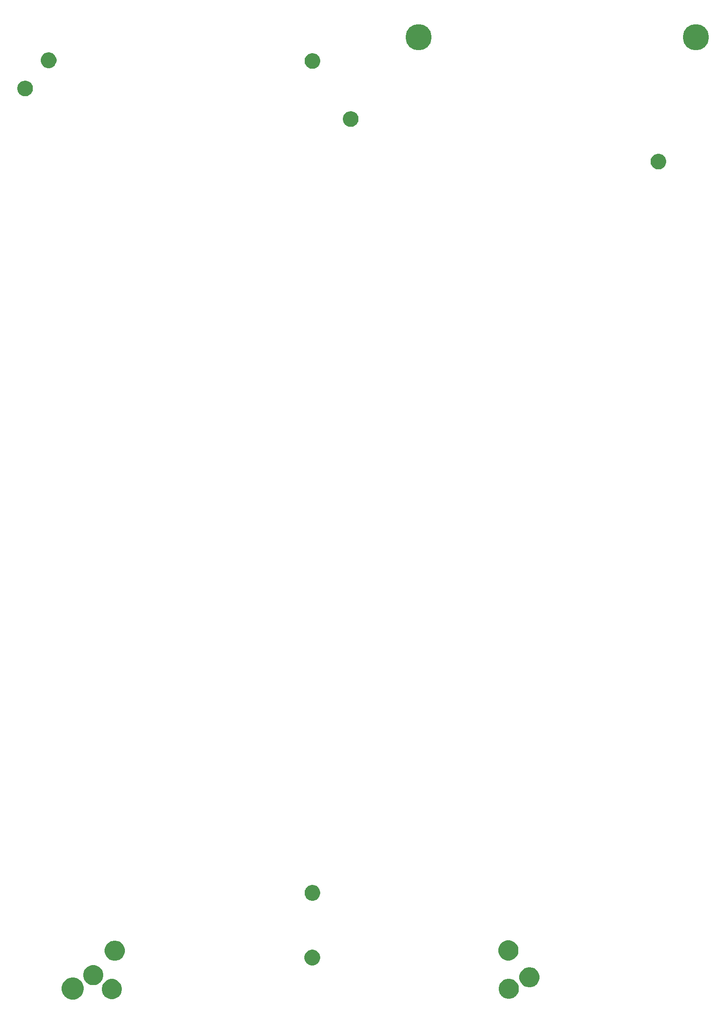
<source format=gbr>
%FSTAX44Y44*%
%MOMM*%
%SFA1B1*%

%IPPOS*%
%ADD142C,4.999990*%
%LNsega_801_remake_npth_drill-1*%
%LPD*%
G36*
X00488189Y0005129D02*
Y00049392D01*
X00488929Y0004567*
X00490382Y00042164*
X0049249Y00039008*
X00495174Y00036325*
X00498329Y00034216*
X00501835Y00032764*
X00505558Y00032023*
X00507455*
X00509353*
X00513075Y00032764*
X00516581Y00034216*
X00519737Y00036325*
X0052242Y00039008*
X00524529Y00042164*
X00525981Y0004567*
X00526721Y00049392*
Y0005129*
Y00053187*
X00525981Y00056909*
X00524529Y00060416*
X0052242Y00063571*
X00519737Y00066255*
X00516581Y00068363*
X00513075Y00069816*
X00509353Y00070556*
X00507455*
X00505558*
X00501835Y00069816*
X00498329Y00068363*
X00495174Y00066255*
X0049249Y00063571*
X00490382Y00060416*
X00488929Y00056909*
X00488189Y00053187*
Y0005129*
G37*
G36*
X00949041Y01713839D02*
Y01712361D01*
X00949617Y01709463*
X00950748Y01706734*
X0095239Y01704277*
X00954479Y01702188*
X00956936Y01700546*
X00959666Y01699415*
X00962563Y01698839*
X00964041*
X00965518*
X00968416Y01699415*
X00971146Y01700546*
X00973603Y01702188*
X00975692Y01704277*
X00977334Y01706734*
X00978464Y01709463*
X00979041Y01712361*
Y01713839*
Y01715316*
X00978464Y01718214*
X00977334Y01720944*
X00975692Y01723401*
X00973603Y0172549*
X00971146Y01727132*
X00968416Y01728262*
X00965518Y01728839*
X00964041*
X00962563*
X00959666Y01728262*
X00956936Y01727132*
X00954479Y0172549*
X0095239Y01723401*
X00950748Y01720944*
X00949617Y01718214*
X00949041Y01715316*
Y01713839*
G37*
G36*
X00875825Y01824761D02*
Y01823284D01*
X00876402Y01820386*
X00877533Y01817656*
X00879174Y01815199*
X00881263Y0181311*
X0088372Y01811468*
X0088645Y01810337*
X00889348Y01809761*
X00890825*
X00892303*
X00895201Y01810337*
X00897931Y01811468*
X00900387Y0181311*
X00902477Y01815199*
X00904118Y01817656*
X00905249Y01820386*
X00905825Y01823284*
Y01824761*
Y01826238*
X00905249Y01829136*
X00904118Y01831866*
X00902477Y01834323*
X00900387Y01836412*
X00897931Y01838054*
X00895201Y01839185*
X00892303Y01839761*
X00890825*
X00889348*
X0088645Y01839185*
X0088372Y01838054*
X00881263Y01836412*
X00879174Y01834323*
X00877533Y01831866*
X00876402Y01829136*
X00875825Y01826238*
Y01824761*
G37*
G36*
X00371636Y01826031D02*
Y01824554D01*
X00372212Y01821656*
X00373343Y01818926*
X00374984Y01816469*
X00377074Y0181438*
X0037953Y01812738*
X0038226Y01811607*
X00385158Y01811031*
X00386636*
X00388113*
X00391011Y01811607*
X00393741Y01812738*
X00396197Y0181438*
X00398287Y01816469*
X00399928Y01818926*
X00401059Y01821656*
X00401636Y01824554*
Y01826031*
Y01827508*
X00401059Y01830406*
X00399928Y01833136*
X00398287Y01835593*
X00396197Y01837682*
X00393741Y01839324*
X00391011Y01840455*
X00388113Y01841031*
X00386636*
X00385158*
X0038226Y01840455*
X0037953Y01839324*
X00377074Y01837682*
X00374984Y01835593*
X00373343Y01833136*
X00372212Y01830406*
X00371636Y01827508*
Y01826031*
G37*
G36*
X01246923Y00051853D02*
Y00049955D01*
X01247663Y00046233*
X01249115Y00042727*
X01251224Y00039571*
X01253907Y00036887*
X01257063Y00034779*
X01260569Y00033327*
X01264291Y00032586*
X0126619*
X01268087*
X01271809Y00033327*
X01275315Y00034779*
X01278471Y00036887*
X01281154Y00039571*
X01283263Y00042727*
X01284715Y00046233*
X01285455Y00049955*
Y00051853*
Y0005375*
X01284715Y00057472*
X01283263Y00060979*
X01281154Y00064135*
X01278471Y00066818*
X01275315Y00068926*
X01271809Y00070379*
X01268087Y0007112*
X0126619*
X01264291*
X01260569Y00070379*
X01257063Y00068926*
X01253907Y00066818*
X01251224Y00064135*
X01249115Y00060979*
X01247663Y00057472*
X01246923Y0005375*
Y00051853*
G37*
G36*
X01286344Y00073813D02*
Y00071915D01*
X01287084Y00068193*
X01288537Y00064687*
X01290645Y00061531*
X01293329Y00058848*
X01296484Y00056739*
X0129999Y00055287*
X01303713Y00054547*
X0130561*
X01307508*
X0131123Y00055287*
X01314736Y00056739*
X01317892Y00058848*
X01320575Y00061531*
X01322684Y00064687*
X01324136Y00068193*
X01324877Y00071915*
Y00073813*
Y0007571*
X01324136Y00079433*
X01322684Y00082939*
X01320575Y00086094*
X01317892Y00088778*
X01314736Y00090886*
X0131123Y00092339*
X01307508Y00093079*
X0130561*
X01303713*
X0129999Y00092339*
X01296484Y00090886*
X01293329Y00088778*
X01290645Y00086094*
X01288537Y00082939*
X01287084Y00079433*
X01286344Y0007571*
Y00073813*
G37*
G36*
X01246143Y00125185D02*
Y00123288D01*
X01246884Y00119565*
X01248336Y00116059*
X01250444Y00112904*
X01253128Y0011022*
X01256284Y00108112*
X0125979Y00106659*
X01263512Y00105919*
X0126541*
X01267307*
X01271029Y00106659*
X01274536Y00108112*
X01277691Y0011022*
X01280375Y00112904*
X01282483Y00116059*
X01283936Y00119565*
X01284676Y00123288*
Y00125185*
Y00127083*
X01283936Y00130805*
X01282483Y00134311*
X01280375Y00137467*
X01277691Y0014015*
X01274536Y00142259*
X01271029Y00143711*
X01267307Y00144451*
X0126541*
X01263512*
X0125979Y00143711*
X01256284Y00142259*
X01253128Y0014015*
X01250444Y00137467*
X01248336Y00134311*
X01246884Y00130805*
X01246143Y00127083*
Y00125185*
G37*
G36*
X00493793Y00124706D02*
Y00122809D01*
X00494533Y00119086*
X00495986Y0011558*
X00498094Y00112424*
X00500778Y00109741*
X00503933Y00107632*
X00507439Y0010618*
X00511162Y0010544*
X00513059*
X00514957*
X00518679Y0010618*
X00522185Y00107632*
X00525341Y00109741*
X00528024Y00112424*
X00530133Y0011558*
X00531585Y00119086*
X00532326Y00122809*
Y00124706*
Y00126604*
X00531585Y00130326*
X00530133Y00133832*
X00528024Y00136988*
X00525341Y00139671*
X00522185Y0014178*
X00518679Y00143232*
X00514957Y00143972*
X00513059*
X00511162*
X00507439Y00143232*
X00503933Y0014178*
X00500778Y00139671*
X00498094Y00136988*
X00495986Y00133832*
X00494533Y00130326*
X00493793Y00126604*
Y00124706*
G37*
G36*
X01537167Y01632506D02*
Y01631028D01*
X01537743Y0162813*
X01538874Y016254*
X01540516Y01622943*
X01542605Y01620854*
X01545062Y01619213*
X01547792Y01618082*
X0155069Y01617506*
X01552167*
X01553644*
X01556542Y01618082*
X01559272Y01619213*
X01561729Y01620854*
X01563818Y01622943*
X0156546Y016254*
X0156659Y0162813*
X01567167Y01631028*
Y01632506*
Y01633983*
X0156659Y01636881*
X0156546Y01639611*
X01563818Y01642067*
X01561729Y01644157*
X01559272Y01645798*
X01556542Y01646929*
X01553644Y01647506*
X01552167*
X0155069*
X01547792Y01646929*
X01545062Y01645798*
X01542605Y01644157*
X01540516Y01642067*
X01538874Y01639611*
X01537743Y01636881*
X01537167Y01633983*
Y01632506*
G37*
G36*
X00326741Y01772259D02*
Y01770781D01*
X00327317Y01767883*
X00328448Y01765154*
X0033009Y01762697*
X00332179Y01760608*
X00334636Y01758966*
X00337365Y01757835*
X00340263Y01757259*
X00341741*
X00343218*
X00346116Y01757835*
X00348846Y01758966*
X00351303Y01760608*
X00353392Y01762697*
X00355034Y01765154*
X00356164Y01767883*
X00356741Y01770781*
Y01772259*
Y01773736*
X00356164Y01776634*
X00355034Y01779364*
X00353392Y01781821*
X00351303Y0178391*
X00348846Y01785552*
X00346116Y01786682*
X00343218Y01787259*
X00341741*
X00340263*
X00337365Y01786682*
X00334636Y01785552*
X00332179Y0178391*
X0033009Y01781821*
X00328448Y01779364*
X00327317Y01776634*
X00326741Y01773736*
Y01772259*
G37*
G36*
X008758Y00235189D02*
Y00233712D01*
X00876377Y00230814*
X00877507Y00228084*
X00879149Y00225627*
X00881238Y00223538*
X00883695Y00221896*
X00886425Y00220765*
X00889323Y00220189*
X008908*
X00892278*
X00895176Y00220765*
X00897905Y00221896*
X00900362Y00223538*
X00902452Y00225627*
X00904093Y00228084*
X00905224Y00230814*
X009058Y00233712*
Y00235189*
Y00236666*
X00905224Y00239564*
X00904093Y00242294*
X00902452Y00244751*
X00900362Y0024684*
X00897905Y00248482*
X00895176Y00249612*
X00892278Y0025019*
X008908*
X00889323*
X00886425Y00249612*
X00883695Y00248482*
X00881238Y0024684*
X00879149Y00244751*
X00877507Y00242294*
X00876377Y00239564*
X008758Y00236666*
Y00235189*
G37*
G36*
X00875579Y00111744D02*
Y00110266D01*
X00876155Y00107368*
X00877286Y00104638*
X00878928Y00102182*
X00881017Y00100092*
X00883474Y00098451*
X00886203Y0009732*
X00889101Y00096744*
X00890579*
X00892056*
X00894954Y0009732*
X00897684Y00098451*
X00900141Y00100092*
X0090223Y00102182*
X00903872Y00104638*
X00905002Y00107368*
X00905579Y00110266*
Y00111744*
Y00113221*
X00905002Y00116119*
X00903872Y00118849*
X0090223Y00121305*
X00900141Y00123395*
X00897684Y00125036*
X00894954Y00126167*
X00892056Y00126744*
X00890579*
X00889101*
X00886203Y00126167*
X00883474Y00125036*
X00881017Y00123395*
X00878928Y00121305*
X00877286Y00118849*
X00876155Y00116119*
X00875579Y00113221*
Y00111744*
G37*
G36*
X00452629Y0007796D02*
Y00076062D01*
X00453369Y0007234*
X00454822Y00068834*
X0045693Y00065678*
X00459614Y00062995*
X00462769Y00060886*
X00466275Y00059434*
X00469998Y00058693*
X00471895*
X00473793*
X00477515Y00059434*
X00481021Y00060886*
X00484177Y00062995*
X0048686Y00065678*
X00488969Y00068834*
X00490421Y0007234*
X00491161Y00076062*
Y0007796*
Y00079857*
X00490421Y00083579*
X00488969Y00087086*
X0048686Y00090241*
X00484177Y00092925*
X00481021Y00095033*
X00477515Y00096486*
X00473793Y00097226*
X00471895*
X00469998*
X00466275Y00096486*
X00462769Y00095033*
X00459614Y00092925*
X0045693Y00090241*
X00454822Y00087086*
X00453369Y00083579*
X00452629Y00079857*
Y0007796*
G37*
G36*
X00411629Y0005234D02*
Y00054425D01*
X00412442Y00058515*
X00414038Y00062368*
X00416355Y00065835*
X00419303Y00068783*
X0042277Y000711*
X00426623Y00072696*
X00430713Y00073509*
X00432798*
X00434882*
X00438972Y00072696*
X00442825Y000711*
X00446292Y00068783*
X0044924Y00065835*
X00451557Y00062368*
X00453153Y00058515*
X00453966Y00054425*
Y0005234*
Y00050256*
X00453153Y00046166*
X00451557Y00042313*
X0044924Y00038846*
X00446292Y00035897*
X00442825Y00033581*
X00438972Y00031985*
X00434882Y00031172*
X00432798*
X00430713*
X00426623Y00031985*
X0042277Y00033581*
X00419303Y00035897*
X00416355Y00038846*
X00414038Y00042313*
X00412442Y00046166*
X00411629Y00050256*
Y0005234*
G37*
G54D142*
X01093899Y01869799D03*
X01623899D03*
M02*
</source>
